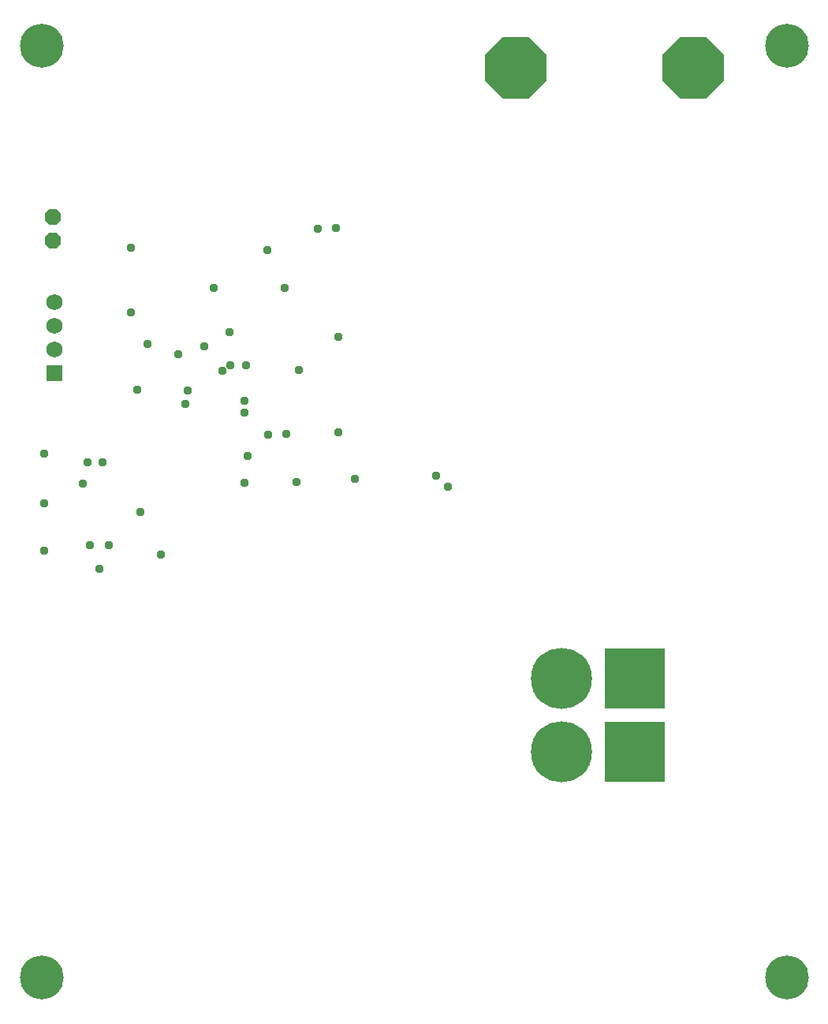
<source format=gbr>
G04 EAGLE Gerber X2 export*
%TF.Part,Single*%
%TF.FileFunction,Soldermask,Bot,1*%
%TF.FilePolarity,Negative*%
%TF.GenerationSoftware,Autodesk,EAGLE,9.1.3*%
%TF.CreationDate,2018-11-23T23:54:25Z*%
G75*
%MOMM*%
%FSLAX34Y34*%
%LPD*%
%AMOC8*
5,1,8,0,0,1.08239X$1,22.5*%
G01*
%ADD10C,4.703200*%
%ADD11P,7.203089X8X202.500000*%
%ADD12R,1.727200X1.727200*%
%ADD13C,1.727200*%
%ADD14R,6.553200X6.553200*%
%ADD15C,6.553200*%
%ADD16P,1.869504X8X112.500000*%
%ADD17C,0.959600*%


D10*
X50000Y50000D03*
X850000Y50000D03*
X850000Y1050000D03*
X50000Y1050000D03*
D11*
X749300Y1026800D03*
X558800Y1026800D03*
D12*
X63500Y698500D03*
D13*
X63500Y749300D03*
X63500Y723900D03*
X63500Y774700D03*
D14*
X687070Y292100D03*
X687070Y370840D03*
D15*
X608330Y292100D03*
X608330Y370840D03*
D16*
X62230Y840740D03*
X62230Y866140D03*
D17*
X365760Y854710D03*
X346710Y853440D03*
X177800Y504190D03*
X111760Y489250D03*
X52700Y558800D03*
X52700Y612140D03*
X52700Y508000D03*
X93980Y580390D03*
X156210Y549910D03*
X323850Y581660D03*
X368300Y635000D03*
X368300Y737870D03*
X326390Y702310D03*
X267970Y669290D03*
X251460Y742950D03*
X152400Y681100D03*
X206489Y679971D03*
X146050Y764200D03*
X311150Y790600D03*
X234950Y789940D03*
X292100Y830580D03*
X386080Y585090D03*
X473230Y588800D03*
X486410Y576580D03*
X146050Y833120D03*
X267510Y580850D03*
X271544Y610214D03*
X204470Y665480D03*
X267970Y656590D03*
X269332Y707390D03*
X252730Y707390D03*
X121920Y514350D03*
X101600Y514350D03*
X115570Y603250D03*
X99060Y603250D03*
X196850Y718820D03*
X243840Y701040D03*
X163448Y730222D03*
X224815Y727735D03*
X312420Y633730D03*
X293370Y632486D03*
M02*

</source>
